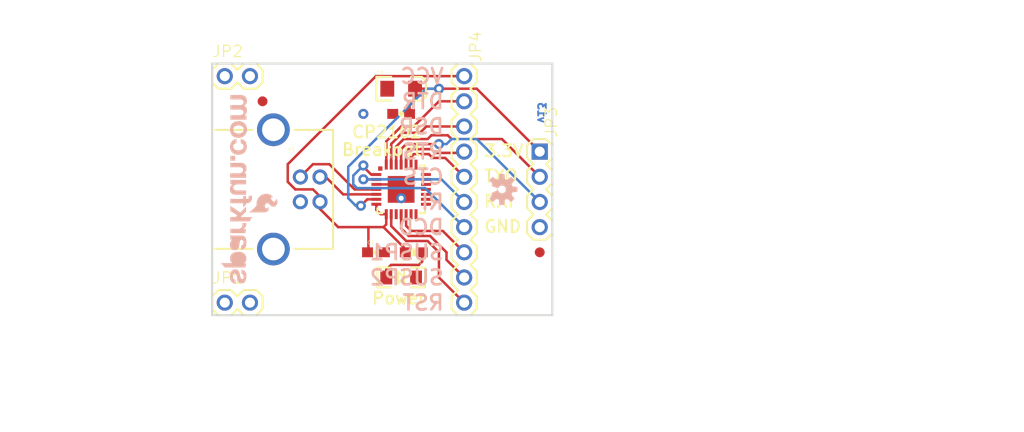
<source format=kicad_pcb>
(kicad_pcb (version 20211014) (generator pcbnew)
  (layers (0 "F.Cu" signal) (31 "B.Cu" signal) (34 "B.Paste" user) (35 "F.Paste" user) (36 "B.SilkS" user "B.Silkscreen") (37 "F.SilkS" user "F.Silkscreen") (38 "B.Mask" user) (39 "F.Mask" user) (44 "Edge.Cuts" user))
  (net 0 "")
  (net 1 "GND")
  (net 2 "N$1")
  (net 3 "N$2")
  (net 4 "VCC")
  (net 5 "3.3V")
  (net 6 "RST")
  (net 7 "SUSP1")
  (net 8 "SUSP2")
  (net 9 "RI")
  (net 10 "DCD")
  (net 11 "DTR")
  (net 12 "DSR")
  (net 13 "RTS")
  (net 14 "CTS")
  (net 15 "TX")
  (net 16 "RX")
  (net 17 "N$3")
  (footprint "boardEagle:FIDUCIAL-1X2" (layer "F.Cu") (at 164.3761 111.3536)
    (fp_text reference "FID2" hide)
    (fp_text value "FIDUCIAL1X2" hide)
    (pad "1" smd roundrect (at 0 0) (size 1 1) (layers "F.Cu" "F.Mask") (roundrect_rratio 0.5))
  )
  (footprint "boardEagle:STAND-OFF" (layer "F.Cu") (at 161.8361 115.1636)
    (fp_text reference "U$9" hide)
    (fp_text value "STAND-OFF" hide)
    (pad "" np_thru_hole circle (at 0 0) (size 3.302 3.302) (drill 3.302) (layers *.Cu *.Mask))
  )
  (footprint "boardEagle:1X02" (layer "F.Cu") (at 132.6261 116.4336)
    (fp_text reference "JP1" (at -1.3462 -1.8288) (layer "F.SilkS") (effects (font (size 1.143 1.143) (thickness 0.127)) (justify left bottom)))
    (fp_text value "")
    (pad "1" thru_hole circle (at 0 0 90) (size 1.6256 1.6256) (drill 1.016) (layers *.Cu *.Mask))
    (pad "2" thru_hole circle (at 2.54 0 90) (size 1.6256 1.6256) (drill 1.016) (layers *.Cu *.Mask))
  )
  (footprint "boardEagle:STAND-OFF" (layer "F.Cu") (at 141.5161 115.1636)
    (fp_text reference "U$6" hide)
    (fp_text value "STAND-OFF" hide)
    (pad "" np_thru_hole circle (at 0 0) (size 3.302 3.302) (drill 3.302) (layers *.Cu *.Mask))
  )
  (footprint "boardEagle:1X04" (layer "F.Cu") (at 164.3761 101.1936 -90)
    (fp_text reference "JP3" (at -1.3462 -1.8288 -90) (layer "F.SilkS") (effects (font (size 1.143 1.143) (thickness 0.127)) (justify left bottom)))
    (fp_text value "")
    (pad "1" thru_hole rect (at 0 0) (size 1.6256 1.6256) (drill 1.016) (layers *.Cu *.Mask) (net 5 "3.3V"))
    (pad "2" thru_hole circle (at 2.54 0) (size 1.6256 1.6256) (drill 1.016) (layers *.Cu *.Mask) (net 15 "TX"))
    (pad "3" thru_hole circle (at 5.08 0) (size 1.6256 1.6256) (drill 1.016) (layers *.Cu *.Mask) (net 16 "RX"))
    (pad "4" thru_hole circle (at 7.62 0) (size 1.6256 1.6256) (drill 1.016) (layers *.Cu *.Mask) (net 1 "GND"))
  )
  (footprint "boardEagle:MLP28" (layer "F.Cu") (at 150.4061 105.0036)
    (fp_text reference "U1" (at -1.27 -3.175) (layer "F.SilkS") (effects (font (size 0.373888 0.373888) (thickness 0.032512)) (justify left bottom)))
    (fp_text value "CP2102")
    (pad "1" smd rect (at -2.5 -1.5) (size 1 0.3) (layers "F.Cu") (net 10 "DCD"))
    (pad "2" smd rect (at -2.5 -1) (size 1 0.3) (layers "F.Cu") (net 9 "RI"))
    (pad "3" smd rect (at -2.5 -0.5) (size 1 0.3) (layers "F.Cu") (net 1 "GND"))
    (pad "4" smd rect (at -2.5 0) (size 1 0.3) (layers "F.Cu") (net 3 "N$2"))
    (pad "5" smd rect (at -2.5 0.5) (size 1 0.3) (layers "F.Cu") (net 2 "N$1"))
    (pad "6" smd rect (at -2.5 1) (size 1 0.3) (layers "F.Cu") (net 5 "3.3V"))
    (pad "7" smd rect (at -2.5 1.5) (size 1 0.3) (layers "F.Cu") (net 4 "VCC"))
    (pad "8" smd rect (at -1.5 2.5 90) (size 1 0.3) (layers "F.Cu") (net 4 "VCC"))
    (pad "9" smd rect (at -1 2.5 90) (size 1 0.3) (layers "F.Cu") (net 6 "RST"))
    (pad "10" smd rect (at -0.5 2.5 90) (size 1 0.3) (layers "F.Cu"))
    (pad "11" smd rect (at 0 2.5 90) (size 1 0.3) (layers "F.Cu") (net 8 "SUSP2"))
    (pad "12" smd rect (at 0.5 2.5 90) (size 1 0.3) (layers "F.Cu") (net 7 "SUSP1"))
    (pad "13" smd rect (at 1 2.5 90) (size 1 0.3) (layers "F.Cu"))
    (pad "14" smd rect (at 1.5 2.5 90) (size 1 0.3) (layers "F.Cu"))
    (pad "15" smd rect (at 2.5 1.5 180) (size 1 0.3) (layers "F.Cu"))
    (pad "16" smd rect (at 2.5 1 180) (size 1 0.3) (layers "F.Cu"))
    (pad "17" smd rect (at 2.5 0.5 180) (size 1 0.3) (layers "F.Cu"))
    (pad "18" smd rect (at 2.5 0 180) (size 1 0.3) (layers "F.Cu"))
    (pad "19" smd rect (at 2.5 -0.5 180) (size 1 0.3) (layers "F.Cu"))
    (pad "20" smd rect (at 2.5 -1 180) (size 1 0.3) (layers "F.Cu"))
    (pad "21" smd rect (at 2.5 -1.5 180) (size 1 0.3) (layers "F.Cu"))
    (pad "22" smd rect (at 1.5 -2.5 270) (size 1 0.3) (layers "F.Cu"))
    (pad "23" smd rect (at 1 -2.5 270) (size 1 0.3) (layers "F.Cu") (net 14 "CTS"))
    (pad "24" smd rect (at 0.5 -2.5 270) (size 1 0.3) (layers "F.Cu") (net 13 "RTS"))
    (pad "25" smd rect (at 0 -2.5 270) (size 1 0.3) (layers "F.Cu") (net 16 "RX"))
    (pad "26" smd rect (at -0.5 -2.5 270) (size 1 0.3) (layers "F.Cu") (net 15 "TX"))
    (pad "27" smd rect (at -1 -2.5 270) (size 1 0.3) (layers "F.Cu") (net 12 "DSR"))
    (pad "28" smd rect (at -1.5 -2.5 270) (size 1 0.3) (layers "F.Cu") (net 11 "DTR"))
    (pad "EXP" smd rect (at 0 0) (size 2.7 2.7) (layers "F.Cu") (net 1 "GND"))
    (pad "M" smd rect (at -2.1025 -2.1025) (size 0.435 0.435) (layers "F.Cu") (net 1 "GND"))
  )
  (footprint "boardEagle:0603-RES" (layer "F.Cu") (at 151.6761 111.3536 180)
    (fp_text reference "R1" (at -0.889 -0.762 180) (layer "F.SilkS") (effects (font (size 0.373888 0.373888) (thickness 0.032512)) (justify right top)))
    (fp_text value "330")
    (pad "1" smd rect (at -0.85 0 180) (size 1.1 1) (layers "F.Cu" "F.Paste" "F.Mask") (net 17 "N$3"))
    (pad "2" smd rect (at 0.85 0 180) (size 1.1 1) (layers "F.Cu" "F.Paste" "F.Mask") (net 4 "VCC"))
  )
  (footprint "boardEagle:CREATIVE_COMMONS" (layer "F.Cu") (at 130.287688 126.5936)
    (fp_text reference "FRAME1" hide)
    (fp_text value "FRAME-LETTER" hide)
  )
  (footprint "boardEagle:REVISION" (layer "F.Cu") (at 141.5161 129.1336)
    (fp_text reference "U$4" hide)
    (fp_text value "REVISION" hide)
  )
  (footprint "boardEagle:LED-1206" (layer "F.Cu") (at 150.4061 113.8936)
    (fp_text reference "LED1" (at -0.889 -1.397) (layer "F.SilkS") (effects (font (size 0.373888 0.373888) (thickness 0.032512)) (justify left bottom)))
    (fp_text value "Red")
    (pad "A" smd rect (at -1.5 0) (size 1.2 1.4) (layers "F.Cu" "F.Paste" "F.Mask") (net 17 "N$3"))
    (pad "C" smd rect (at 1.5 0) (size 1.2 1.4) (layers "F.Cu" "F.Paste" "F.Mask") (net 1 "GND"))
  )
  (footprint "boardEagle:USB-B-PTH" (layer "F.Cu") (at 140.2461 105.0036)
    (fp_text reference "X1" (at -1.27 -3.81) (layer "F.SilkS") (effects (font (size 0.373888 0.373888) (thickness 0.032512)) (justify left bottom)))
    (fp_text value "USBPTH")
    (pad "D+" thru_hole circle (at 0 -1.25 270) (size 1.524 1.524) (drill 0.9144) (layers *.Cu *.Mask) (net 3 "N$2"))
    (pad "D-" thru_hole circle (at 1.9812 -1.25 90) (size 1.524 1.524) (drill 0.9144) (layers *.Cu *.Mask) (net 2 "N$1"))
    (pad "GND" thru_hole circle (at 0 1.25 270) (size 1.524 1.524) (drill 0.9144) (layers *.Cu *.Mask) (net 1 "GND"))
    (pad "P$1" thru_hole circle (at -2.7178 6.0198) (size 3.302 3.302) (drill 2.286) (layers *.Cu *.Mask))
    (pad "P$2" thru_hole circle (at -2.7178 -6.0198) (size 3.302 3.302) (drill 2.286) (layers *.Cu *.Mask))
    (pad "VBUS" thru_hole circle (at 1.9812 1.25 90) (size 1.524 1.524) (drill 0.9144) (layers *.Cu *.Mask) (net 4 "VCC"))
  )
  (footprint "boardEagle:FIDUCIAL-1X2" (layer "F.Cu") (at 136.4361 96.1136)
    (fp_text reference "FID1" hide)
    (fp_text value "FIDUCIAL1X2" hide)
    (pad "1" smd roundrect (at 0 0) (size 1 1) (layers "F.Cu" "F.Mask") (roundrect_rratio 0.5))
  )
  (footprint "boardEagle:0603-CAP" (layer "F.Cu") (at 150.4061 97.3836 180)
    (fp_text reference "C2" (at -0.889 -0.762 180) (layer "F.SilkS") (effects (font (size 0.373888 0.373888) (thickness 0.032512)) (justify right top)))
    (fp_text value "0.1uF")
    (pad "1" smd rect (at -0.85 0 180) (size 1.1 1) (layers "F.Cu" "F.Paste" "F.Mask") (net 5 "3.3V"))
    (pad "2" smd rect (at 0.85 0 180) (size 1.1 1) (layers "F.Cu" "F.Paste" "F.Mask") (net 1 "GND"))
  )
  (footprint "boardEagle:EIA3216" (layer "F.Cu") (at 150.4061 94.8436)
    (fp_text reference "C3" (at -2.54 -1.381) (layer "F.SilkS") (effects (font (size 0.373888 0.373888) (thickness 0.032512)) (justify left bottom)))
    (fp_text value "10uF")
    (pad "A" smd rect (at 1.4 0 90) (size 1.6 1.4) (layers "F.Cu" "F.Paste" "F.Mask") (net 5 "3.3V"))
    (pad "C" smd rect (at -1.4 0 90) (size 1.6 1.4) (layers "F.Cu" "F.Paste" "F.Mask") (net 1 "GND"))
  )
  (footprint "boardEagle:STAND-OFF" (layer "F.Cu") (at 141.5161 94.8436)
    (fp_text reference "U$7" hide)
    (fp_text value "STAND-OFF" hide)
    (pad "" np_thru_hole circle (at 0 0) (size 3.302 3.302) (drill 3.302) (layers *.Cu *.Mask))
  )
  (footprint "boardEagle:1X10" (layer "F.Cu") (at 156.7561 93.5736 -90)
    (fp_text reference "JP4" (at -1.3462 -1.8288 -90) (layer "F.SilkS") (effects (font (size 1.143 1.143) (thickness 0.127)) (justify left bottom)))
    (fp_text value "M100.1")
    (pad "1" thru_hole circle (at 0 0) (size 1.6256 1.6256) (drill 1.016) (layers *.Cu *.Mask) (net 4 "VCC"))
    (pad "2" thru_hole circle (at 2.54 0) (size 1.6256 1.6256) (drill 1.016) (layers *.Cu *.Mask) (net 11 "DTR"))
    (pad "3" thru_hole circle (at 5.08 0) (size 1.6256 1.6256) (drill 1.016) (layers *.Cu *.Mask) (net 12 "DSR"))
    (pad "4" thru_hole circle (at 7.62 0) (size 1.6256 1.6256) (drill 1.016) (layers *.Cu *.Mask) (net 13 "RTS"))
    (pad "5" thru_hole circle (at 10.16 0) (size 1.6256 1.6256) (drill 1.016) (layers *.Cu *.Mask) (net 14 "CTS"))
    (pad "6" thru_hole circle (at 12.7 0) (size 1.6256 1.6256) (drill 1.016) (layers *.Cu *.Mask) (net 9 "RI"))
    (pad "7" thru_hole circle (at 15.24 0) (size 1.6256 1.6256) (drill 1.016) (layers *.Cu *.Mask) (net 10 "DCD"))
    (pad "8" thru_hole circle (at 17.78 0) (size 1.6256 1.6256) (drill 1.016) (layers *.Cu *.Mask) (net 7 "SUSP1"))
    (pad "9" thru_hole circle (at 20.32 0) (size 1.6256 1.6256) (drill 1.016) (layers *.Cu *.Mask) (net 8 "SUSP2"))
    (pad "10" thru_hole circle (at 22.86 0) (size 1.6256 1.6256) (drill 1.016) (layers *.Cu *.Mask) (net 6 "RST"))
  )
  (footprint "boardEagle:1X02" (layer "F.Cu") (at 132.6261 93.5736)
    (fp_text reference "JP2" (at -1.3462 -1.8288) (layer "F.SilkS") (effects (font (size 1.143 1.143) (thickness 0.127)) (justify left bottom)))
    (fp_text value "")
    (pad "1" thru_hole circle (at 0 0 90) (size 1.6256 1.6256) (drill 1.016) (layers *.Cu *.Mask))
    (pad "2" thru_hole circle (at 2.54 0 90) (size 1.6256 1.6256) (drill 1.016) (layers *.Cu *.Mask))
  )
  (footprint "boardEagle:STAND-OFF" (layer "F.Cu") (at 161.8361 94.8436)
    (fp_text reference "U$8" hide)
    (fp_text value "STAND-OFF" hide)
    (pad "" np_thru_hole circle (at 0 0) (size 3.302 3.302) (drill 3.302) (layers *.Cu *.Mask))
  )
  (footprint "boardEagle:0603-CAP" (layer "F.Cu") (at 147.8661 111.3536)
    (fp_text reference "C1" (at -0.889 -0.762) (layer "F.SilkS") (effects (font (size 0.373888 0.373888) (thickness 0.032512)) (justify left bottom)))
    (fp_text value "1uF")
    (pad "1" smd rect (at -0.85 0) (size 1.1 1) (layers "F.Cu" "F.Paste" "F.Mask") (net 4 "VCC"))
    (pad "2" smd rect (at 0.85 0) (size 1.1 1) (layers "F.Cu" "F.Paste" "F.Mask") (net 1 "GND"))
  )
  (footprint "boardEagle:OSHW-LOGO-S" (layer "B.Cu") (at 160.5661 105.0036 90)
    (fp_text reference "LOGO1" hide)
    (fp_text value "OSHW-LOGOS" hide)
  )
  (footprint "boardEagle:SFE-NEW-WEBLOGO" (layer "B.Cu") (at 132.2451 114.5286 90)
    (fp_text reference "U$1" hide)
    (fp_text value "LOGO-SFENEW" hide)
  )
  (gr_line (start 165.6461 92.3036) (end 131.3561 92.3036) (layer "Edge.Cuts") (width 0.2032))
  (gr_line (start 131.3561 117.7036) (end 165.6461 117.7036) (layer "Edge.Cuts") (width 0.2032))
  (gr_line (start 131.3561 92.3036) (end 131.3561 117.7036) (layer "Edge.Cuts") (width 0.2032))
  (gr_line (start 165.6461 117.7036) (end 165.6461 92.3036) (layer "Edge.Cuts") (width 0.2032))
  (gr_text "v13" (at 165.0111 96.1136 -90) (layer "B.Cu") (effects (font (size 0.762 0.762) (thickness 0.254)) (justify right top mirror)))
  (gr_text "VCC" (at 154.8511 94.4626) (layer "B.SilkS") (effects (font (size 1.5113 1.5113) (thickness 0.2667)) (justify left bottom mirror)))
  (gr_text "SUSP2" (at 154.8511 114.7826) (layer "B.SilkS") (effects (font (size 1.5113 1.5113) (thickness 0.2667)) (justify left bottom mirror)))
  (gr_text "RST" (at 154.8511 117.3226) (layer "B.SilkS") (effects (font (size 1.5113 1.5113) (thickness 0.2667)) (justify left bottom mirror)))
  (gr_text "RTS" (at 154.8511 102.0826) (layer "B.SilkS") (effects (font (size 1.5113 1.5113) (thickness 0.2667)) (justify left bottom mirror)))
  (gr_text "DCD" (at 154.8511 109.7026) (layer "B.SilkS") (effects (font (size 1.5113 1.5113) (thickness 0.2667)) (justify left bottom mirror)))
  (gr_text "CTS" (at 154.8511 104.6226) (layer "B.SilkS") (effects (font (size 1.5113 1.5113) (thickness 0.2667)) (justify left bottom mirror)))
  (gr_text "RI" (at 154.8511 107.1626) (layer "B.SilkS") (effects (font (size 1.5113 1.5113) (thickness 0.2667)) (justify left bottom mirror)))
  (gr_text "DSR" (at 154.8511 99.5426) (layer "B.SilkS") (effects (font (size 1.5113 1.5113) (thickness 0.2667)) (justify left bottom mirror)))
  (gr_text "SUSP1" (at 154.8511 112.2426) (layer "B.SilkS") (effects (font (size 1.5113 1.5113) (thickness 0.2667)) (justify left bottom mirror)))
  (gr_text "DTR" (at 154.8511 97.0026) (layer "B.SilkS") (effects (font (size 1.5113 1.5113) (thickness 0.2667)) (justify left bottom mirror)))
  (gr_text "Power" (at 147.3581 116.6876) (layer "F.SilkS") (effects (font (size 1.20904 1.20904) (thickness 0.21336)) (justify left bottom)))
  (gr_text "3.3V" (at 158.6611 101.8286) (layer "F.SilkS") (effects (font (size 1.20904 1.20904) (thickness 0.21336)) (justify left bottom)))
  (gr_text "CP2102" (at 145.3261 99.9236) (layer "F.SilkS") (effects (font (size 1.20904 1.20904) (thickness 0.21336)) (justify left bottom)))
  (gr_text "GND" (at 158.6611 109.4486) (layer "F.SilkS") (effects (font (size 1.20904 1.20904) (thickness 0.21336)) (justify left bottom)))
  (gr_text "RXI" (at 158.6611 106.9086) (layer "F.SilkS") (effects (font (size 1.20904 1.20904) (thickness 0.21336)) (justify left bottom)))
  (gr_text "TXO" (at 158.6611 104.3686) (layer "F.SilkS") (effects (font (size 1.20904 1.20904) (thickness 0.21336)) (justify left bottom)))
  (gr_text "Breakout" (at 144.3101 101.7016) (layer "F.SilkS") (effects (font (size 1.20904 1.20904) (thickness 0.21336)) (justify left bottom)))
  (segment (start 149.9061 104.5036) (end 150.4061 105.0036) (width 0.254) (layer "F.Cu") (net 1))
  (segment (start 147.9061 104.5036) (end 149.9061 104.5036) (width 0.254) (layer "F.Cu") (net 1))
  (via (at 146.5961 97.3836) (size 1.016) (drill 0.508) (layers "F.Cu" "B.Cu") (net 1))
  (via (at 150.4061 105.8926) (size 1.016) (drill 0.508) (layers "F.Cu" "B.Cu") (net 1))
  (segment (start 142.8061 103.7536) (end 144.5561 105.5036) (width 0.254) (layer "F.Cu") (net 2))
  (segment (start 144.5561 105.5036) (end 147.9061 105.5036) (width 0.254) (layer "F.Cu") (net 2))
  (segment (start 142.2273 103.7536) (end 142.8061 103.7536) (width 0.254) (layer "F.Cu") (net 2))
  (segment (start 140.2461 103.7536) (end 140.2461 103.7336) (width 0.254) (layer "F.Cu") (net 3))
  (segment (start 145.7071 105.0036) (end 147.9061 105.0036) (width 0.254) (layer "F.Cu") (net 3))
  (segment (start 143.1671 102.4636) (end 145.7071 105.0036) (width 0.254) (layer "F.Cu") (net 3))
  (segment (start 140.2461 103.7336) (end 141.5161 102.4636) (width 0.254) (layer "F.Cu") (net 3))
  (segment (start 141.5161 102.4636) (end 143.1671 102.4636) (width 0.254) (layer "F.Cu") (net 3))
  (segment (start 138.9761 102.4636) (end 147.8661 93.5736) (width 0.254) (layer "F.Cu") (net 4))
  (segment (start 142.2273 105.7148) (end 141.5161 105.0036) (width 0.254) (layer "F.Cu") (net 4))
  (segment (start 144.0561 108.8136) (end 142.2273 106.9848) (width 0.254) (layer "F.Cu") (net 4))
  (segment (start 148.9061 108.5356) (end 148.9061 107.5036) (width 0.254) (layer "F.Cu") (net 4))
  (segment (start 148.6281 108.8136) (end 148.9061 108.5356) (width 0.254) (layer "F.Cu") (net 4))
  (segment (start 147.9061 107.0756) (end 147.9061 106.5036) (width 0.254) (layer "F.Cu") (net 4))
  (segment (start 148.9061 107.5036) (end 148.3341 107.5036) (width 0.254) (layer "F.Cu") (net 4))
  (segment (start 148.3341 107.5036) (end 147.9061 107.0756) (width 0.254) (layer "F.Cu") (net 4))
  (segment (start 139.7381 105.0036) (end 138.9761 104.2416) (width 0.254) (layer "F.Cu") (net 4))
  (segment (start 147.8661 93.5736) (end 156.7561 93.5736) (width 0.254) (layer "F.Cu") (net 4))
  (segment (start 150.8261 111.0116) (end 150.8261 111.3536) (width 0.254) (layer "F.Cu") (net 4))
  (segment (start 147.1041 111.3536) (end 147.1041 108.8136) (width 0.254) (layer "F.Cu") (net 4))
  (segment (start 147.1041 108.8136) (end 144.0561 108.8136) (width 0.254) (layer "F.Cu") (net 4))
  (segment (start 147.0161 111.3536) (end 147.1041 111.3536) (width 0.254) (layer "F.Cu") (net 4))
  (segment (start 148.6281 108.8136) (end 150.8261 111.0116) (width 0.254) (layer "F.Cu") (net 4))
  (segment (start 141.5161 105.0036) (end 139.7381 105.0036) (width 0.254) (layer "F.Cu") (net 4))
  (segment (start 142.2273 106.2536) (end 142.2273 105.7148) (width 0.254) (layer "F.Cu") (net 4))
  (segment (start 147.1041 108.8136) (end 148.6281 108.8136) (width 0.254) (layer "F.Cu") (net 4))
  (segment (start 138.9761 104.2416) (end 138.9761 102.4636) (width 0.254) (layer "F.Cu") (net 4))
  (segment (start 142.2273 106.9848) (end 142.2273 106.2536) (width 0.254) (layer "F.Cu") (net 4))
  (segment (start 151.8061 94.8436) (end 151.8061 95.9836) (width 0.254) (layer "F.Cu") (net 5))
  (segment (start 151.8061 95.9836) (end 151.2561 96.5336) (width 0.254) (layer "F.Cu") (net 5))
  (segment (start 158.0261 94.8436) (end 164.3761 101.1936) (width 0.254) (layer "F.Cu") (net 5))
  (segment (start 154.2161 94.8436) (end 151.8061 94.8436) (width 0.254) (layer "F.Cu") (net 5))
  (segment (start 154.2161 94.8436) (end 158.0261 94.8436) (width 0.254) (layer "F.Cu") (net 5))
  (segment (start 146.3421 106.6546) (end 146.9931 106.0036) (width 0.254) (layer "F.Cu") (net 5))
  (segment (start 146.9931 106.0036) (end 147.9061 106.0036) (width 0.254) (layer "F.Cu") (net 5))
  (segment (start 151.2561 96.5336) (end 151.2561 97.3836) (width 0.254) (layer "F.Cu") (net 5))
  (via (at 146.3421 106.6546) (size 1.016) (drill 0.508) (layers "F.Cu" "B.Cu") (net 5))
  (via (at 154.2161 94.8436) (size 1.016) (drill 0.508) (layers "F.Cu" "B.Cu") (net 5))
  (segment (start 145.0721 105.8926) (end 145.0721 102.7176) (width 0.254) (layer "B.Cu") (net 5))
  (segment (start 146.3421 106.6546) (end 145.8341 106.6546) (width 0.254) (layer "B.Cu") (net 5))
  (segment (start 145.8341 106.6546) (end 145.0721 105.8926) (width 0.254) (layer "B.Cu") (net 5))
  (segment (start 152.9461 94.8436) (end 154.2161 94.8436) (width 0.254) (layer "B.Cu") (net 5))
  (segment (start 145.0721 102.7176) (end 152.9461 94.8436) (width 0.254) (layer "B.Cu") (net 5))
  (segment (start 153.0731 110.2106) (end 154.2161 111.3536) (width 0.254) (layer "F.Cu") (net 6))
  (segment (start 154.2161 111.3536) (end 154.2161 113.8936) (width 0.254) (layer "F.Cu") (net 6))
  (segment (start 150.9141 110.2106) (end 149.4061 108.7026) (width 0.254) (layer "F.Cu") (net 6))
  (segment (start 150.9141 110.2106) (end 153.0731 110.2106) (width 0.254) (layer "F.Cu") (net 6))
  (segment (start 149.4061 108.7026) (end 149.4061 107.5036) (width 0.254) (layer "F.Cu") (net 6))
  (segment (start 154.2161 113.8936) (end 156.7561 116.4336) (width 0.254) (layer "F.Cu") (net 6))
  (segment (start 154.5971 109.1946) (end 156.7561 111.3536) (width 0.254) (layer "F.Cu") (net 7))
  (segment (start 150.9061 108.6786) (end 150.9061 107.5036) (width 0.254) (layer "F.Cu") (net 7))
  (segment (start 151.4221 109.1946) (end 154.5971 109.1946) (width 0.254) (layer "F.Cu") (net 7))
  (segment (start 151.4221 109.1946) (end 150.9061 108.6786) (width 0.254) (layer "F.Cu") (net 7))
  (segment (start 153.3271 109.7026) (end 154.9781 111.3536) (width 0.254) (layer "F.Cu") (net 8))
  (segment (start 150.4061 108.9406) (end 150.4061 107.5036) (width 0.254) (layer "F.Cu") (net 8))
  (segment (start 151.1681 109.7026) (end 150.4061 108.9406) (width 0.254) (layer "F.Cu") (net 8))
  (segment (start 151.1681 109.7026) (end 153.3271 109.7026) (width 0.254) (layer "F.Cu") (net 8))
  (segment (start 154.9781 112.1156) (end 156.7561 113.8936) (width 0.254) (layer "F.Cu") (net 8))
  (segment (start 154.9781 111.3536) (end 154.9781 112.1156) (width 0.254) (layer "F.Cu") (net 8))
  (segment (start 146.6121 104.0036) (end 146.5961 103.9876) (width 0.254) (layer "F.Cu") (net 9))
  (segment (start 147.9061 104.0036) (end 146.6121 104.0036) (width 0.254) (layer "F.Cu") (net 9))
  (via (at 146.5961 103.9876) (size 1.016) (drill 0.508) (layers "F.Cu" "B.Cu") (net 9))
  (segment (start 154.4701 103.9876) (end 156.7561 106.2736) (width 0.254) (layer "B.Cu") (net 9))
  (segment (start 146.5961 103.9876) (end 154.4701 103.9876) (width 0.254) (layer "B.Cu") (net 9))
  (segment (start 146.5961 102.5906) (end 146.5961 102.7176) (width 0.254) (layer "F.Cu") (net 10))
  (segment (start 147.3821 103.5036) (end 147.9061 103.5036) (width 0.254) (layer "F.Cu") (net 10))
  (segment (start 146.5961 102.7176) (end 147.3821 103.5036) (width 0.254) (layer "F.Cu") (net 10))
  (via (at 146.5961 102.5906) (size 1.016) (drill 0.508) (layers "F.Cu" "B.Cu") (net 10))
  (segment (start 145.9611 104.8766) (end 145.5801 104.4956) (width 0.254) (layer "B.Cu") (net 10))
  (segment (start 145.9611 104.8766) (end 152.8191 104.8766) (width 0.254) (layer "B.Cu") (net 10))
  (segment (start 145.5801 103.6066) (end 146.5961 102.5906) (width 0.254) (layer "B.Cu") (net 10))
  (segment (start 145.5801 104.4956) (end 145.5801 103.6066) (width 0.254) (layer "B.Cu") (net 10))
  (segment (start 152.8191 104.8766) (end 156.7561 108.8136) (width 0.254) (layer "B.Cu") (net 10))
  (segment (start 151.6761 98.6536) (end 154.2161 96.1136) (width 0.254) (layer "F.Cu") (net 11))
  (segment (start 154.2161 96.1136) (end 156.7561 96.1136) (width 0.254) (layer "F.Cu") (net 11))
  (segment (start 150.4061 98.6536) (end 151.6761 98.6536) (width 0.254) (layer "F.Cu") (net 11))
  (segment (start 148.9061 102.5036) (end 148.9061 100.1536) (width 0.254) (layer "F.Cu") (net 11))
  (segment (start 148.9061 100.1536) (end 150.4061 98.6536) (width 0.254) (layer "F.Cu") (net 11))
  (segment (start 149.4061 100.4156) (end 150.5331 99.2886) (width 0.254) (layer "F.Cu") (net 12))
  (segment (start 152.3111 99.2886) (end 152.9461 98.6536) (width 0.254) (layer "F.Cu") (net 12))
  (segment (start 152.9461 98.6536) (end 156.7561 98.6536) (width 0.254) (layer "F.Cu") (net 12))
  (segment (start 149.4061 102.5036) (end 149.4061 100.4156) (width 0.254) (layer "F.Cu") (net 12))
  (segment (start 150.5331 99.2886) (end 152.3111 99.2886) (width 0.254) (layer "F.Cu") (net 12))
  (segment (start 156.6291 101.3206) (end 156.7561 101.1936) (width 0.254) (layer "F.Cu") (net 13))
  (segment (start 151.1681 100.9396) (end 153.4541 100.9396) (width 0.254) (layer "F.Cu") (net 13))
  (segment (start 153.8351 101.3206) (end 156.6291 101.3206) (width 0.254) (layer "F.Cu") (net 13))
  (segment (start 150.9061 101.2016) (end 151.1681 100.9396) (width 0.254) (layer "F.Cu") (net 13))
  (segment (start 150.9061 102.5036) (end 150.9061 101.2016) (width 0.254) (layer "F.Cu") (net 13))
  (segment (start 153.4541 100.9396) (end 153.8351 101.3206) (width 0.254) (layer "F.Cu") (net 13))
  (segment (start 151.4061 101.7176) (end 151.6761 101.4476) (width 0.254) (layer "F.Cu") (net 14))
  (segment (start 151.6761 101.4476) (end 153.2001 101.4476) (width 0.254) (layer "F.Cu") (net 14))
  (segment (start 153.5811 101.8286) (end 154.8511 101.8286) (width 0.254) (layer "F.Cu") (net 14))
  (segment (start 154.8511 101.8286) (end 156.7561 103.7336) (width 0.254) (layer "F.Cu") (net 14))
  (segment (start 153.2001 101.4476) (end 153.5811 101.8286) (width 0.254) (layer "F.Cu") (net 14))
  (segment (start 151.4061 102.5036) (end 151.4061 101.7176) (width 0.254) (layer "F.Cu") (net 14))
  (segment (start 160.5661 99.9236) (end 164.3761 103.7336) (width 0.254) (layer "F.Cu") (net 15))
  (segment (start 155.4861 99.9236) (end 160.5661 99.9236) (width 0.254) (layer "F.Cu") (net 15))
  (segment (start 155.1051 99.5426) (end 155.4861 99.9236) (width 0.254) (layer "F.Cu") (net 15))
  (segment (start 153.0731 99.9236) (end 153.4541 99.5426) (width 0.254) (layer "F.Cu") (net 15))
  (segment (start 149.9061 102.5036) (end 149.9061 100.6776) (width 0.254) (layer "F.Cu") (net 15))
  (segment (start 150.6601 99.9236) (end 153.0731 99.9236) (width 0.254) (layer "F.Cu") (net 15))
  (segment (start 153.4541 99.5426) (end 155.1051 99.5426) (width 0.254) (layer "F.Cu") (net 15))
  (segment (start 149.9061 100.6776) (end 150.6601 99.9236) (width 0.254) (layer "F.Cu") (net 15))
  (segment (start 150.4061 102.5036) (end 150.4061 100.9396) (width 0.254) (layer "F.Cu") (net 16))
  (segment (start 150.9141 100.4316) (end 154.2161 100.4316) (width 0.254) (layer "F.Cu") (net 16))
  (segment (start 150.4061 100.9396) (end 150.9141 100.4316) (width 0.254) (layer "F.Cu") (net 16))
  (via (at 154.2161 100.4316) (size 1.016) (drill 0.508) (layers "F.Cu" "B.Cu") (net 16))
  (segment (start 155.4861 99.9236) (end 158.0261 99.9236) (width 0.254) (layer "B.Cu") (net 16))
  (segment (start 154.9781 100.4316) (end 155.4861 99.9236) (width 0.254) (layer "B.Cu") (net 16))
  (segment (start 158.0261 99.9236) (end 164.3761 106.2736) (width 0.254) (layer "B.Cu") (net 16))
  (segment (start 154.2161 100.4316) (end 154.9781 100.4316) (width 0.254) (layer "B.Cu") (net 16))
  (segment (start 148.9061 113.1076) (end 149.3901 112.6236) (width 0.254) (layer "F.Cu") (net 17))
  (segment (start 149.3901 112.6236) (end 152.1841 112.6236) (width 0.254) (layer "F.Cu") (net 17))
  (segment (start 152.5261 112.2816) (end 152.5261 111.3536) (width 0.254) (layer "F.Cu") (net 17))
  (segment (start 148.9061 113.8936) (end 148.9061 113.1076) (width 0.254) (layer "F.Cu") (net 17))
  (segment (start 152.1841 112.6236) (end 152.5261 112.2816) (width 0.254) (layer "F.Cu") (net 17))
)
</source>
